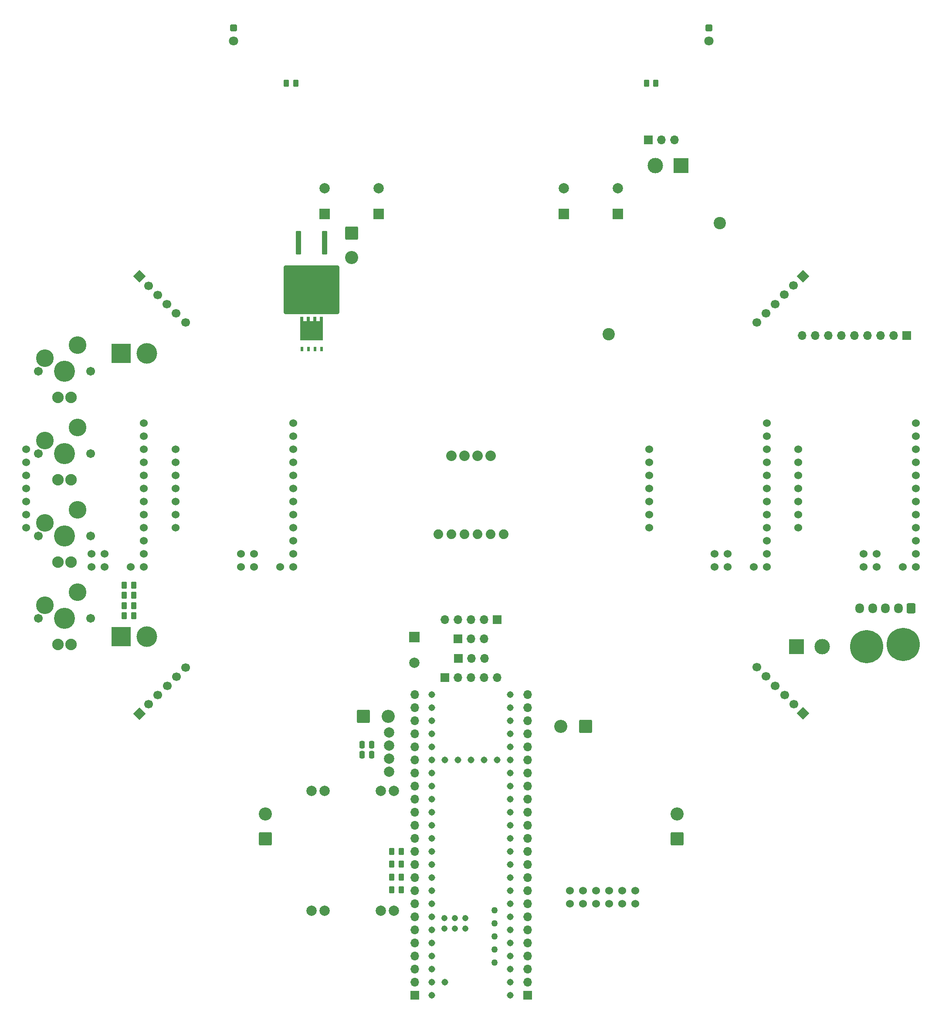
<source format=gbr>
%TF.GenerationSoftware,KiCad,Pcbnew,7.0.6-0*%
%TF.CreationDate,2023-09-14T10:30:18+10:00*%
%TF.ProjectId,Main 3.1,4d61696e-2033-42e3-912e-6b696361645f,rev?*%
%TF.SameCoordinates,Original*%
%TF.FileFunction,Soldermask,Top*%
%TF.FilePolarity,Negative*%
%FSLAX46Y46*%
G04 Gerber Fmt 4.6, Leading zero omitted, Abs format (unit mm)*
G04 Created by KiCad (PCBNEW 7.0.6-0) date 2023-09-14 10:30:18*
%MOMM*%
%LPD*%
G01*
G04 APERTURE LIST*
G04 Aperture macros list*
%AMRoundRect*
0 Rectangle with rounded corners*
0 $1 Rounding radius*
0 $2 $3 $4 $5 $6 $7 $8 $9 X,Y pos of 4 corners*
0 Add a 4 corners polygon primitive as box body*
4,1,4,$2,$3,$4,$5,$6,$7,$8,$9,$2,$3,0*
0 Add four circle primitives for the rounded corners*
1,1,$1+$1,$2,$3*
1,1,$1+$1,$4,$5*
1,1,$1+$1,$6,$7*
1,1,$1+$1,$8,$9*
0 Add four rect primitives between the rounded corners*
20,1,$1+$1,$2,$3,$4,$5,0*
20,1,$1+$1,$4,$5,$6,$7,0*
20,1,$1+$1,$6,$7,$8,$9,0*
20,1,$1+$1,$8,$9,$2,$3,0*%
%AMHorizOval*
0 Thick line with rounded ends*
0 $1 width*
0 $2 $3 position (X,Y) of the first rounded end (center of the circle)*
0 $4 $5 position (X,Y) of the second rounded end (center of the circle)*
0 Add line between two ends*
20,1,$1,$2,$3,$4,$5,0*
0 Add two circle primitives to create the rounded ends*
1,1,$1,$2,$3*
1,1,$1,$4,$5*%
%AMRotRect*
0 Rectangle, with rotation*
0 The origin of the aperture is its center*
0 $1 length*
0 $2 width*
0 $3 Rotation angle, in degrees counterclockwise*
0 Add horizontal line*
21,1,$1,$2,0,0,$3*%
%AMFreePoly0*
4,1,17,2.675000,1.605000,1.875000,1.605000,1.875000,0.935000,2.675000,0.935000,2.675000,0.335000,1.875000,0.335000,1.875000,-0.335000,2.675000,-0.335000,2.675000,-0.935000,1.875000,-0.935000,1.875000,-1.605000,2.675000,-1.605000,2.675000,-2.205000,-1.875000,-2.205000,-1.875000,2.205000,2.675000,2.205000,2.675000,1.605000,2.675000,1.605000,$1*%
G04 Aperture macros list end*
%ADD10RoundRect,0.250000X0.262500X0.450000X-0.262500X0.450000X-0.262500X-0.450000X0.262500X-0.450000X0*%
%ADD11RoundRect,0.250000X0.250000X0.475000X-0.250000X0.475000X-0.250000X-0.475000X0.250000X-0.475000X0*%
%ADD12C,6.451600*%
%ADD13RoundRect,0.250000X-0.262500X-0.450000X0.262500X-0.450000X0.262500X0.450000X-0.262500X0.450000X0*%
%ADD14C,1.524000*%
%ADD15R,1.700000X1.700000*%
%ADD16O,1.700000X1.700000*%
%ADD17C,1.706881*%
%ADD18C,4.089400*%
%ADD19C,2.235200*%
%ADD20C,3.429000*%
%ADD21RoundRect,0.249999X-1.025001X-1.025001X1.025001X-1.025001X1.025001X1.025001X-1.025001X1.025001X0*%
%ADD22C,2.550000*%
%ADD23C,2.000000*%
%ADD24C,1.879600*%
%ADD25C,2.032000*%
%ADD26R,3.000000X3.000000*%
%ADD27C,3.000000*%
%ADD28FreePoly0,90.000000*%
%ADD29R,0.500000X0.850000*%
%ADD30RoundRect,0.250000X0.600000X0.725000X-0.600000X0.725000X-0.600000X-0.725000X0.600000X-0.725000X0*%
%ADD31O,1.700000X1.950000*%
%ADD32RoundRect,0.249999X1.025001X1.025001X-1.025001X1.025001X-1.025001X-1.025001X1.025001X-1.025001X0*%
%ADD33C,1.308000*%
%ADD34C,1.258000*%
%ADD35C,1.208000*%
%ADD36RoundRect,0.249999X1.025001X-1.025001X1.025001X1.025001X-1.025001X1.025001X-1.025001X-1.025001X0*%
%ADD37RoundRect,0.250000X-0.300000X2.050000X-0.300000X-2.050000X0.300000X-2.050000X0.300000X2.050000X0*%
%ADD38RoundRect,0.250002X-5.149998X4.449998X-5.149998X-4.449998X5.149998X-4.449998X5.149998X4.449998X0*%
%ADD39R,2.000000X2.000000*%
%ADD40RotRect,1.700000X1.700000X315.000000*%
%ADD41HorizOval,1.700000X0.000000X0.000000X0.000000X0.000000X0*%
%ADD42R,3.800000X3.800000*%
%ADD43C,4.000000*%
%ADD44RoundRect,0.249999X-1.025001X1.025001X-1.025001X-1.025001X1.025001X-1.025001X1.025001X1.025001X0*%
%ADD45C,2.400000*%
%ADD46HorizOval,2.400000X0.000000X0.000000X0.000000X0.000000X0*%
%ADD47RotRect,1.700000X1.700000X45.000000*%
%ADD48HorizOval,1.700000X0.000000X0.000000X0.000000X0.000000X0*%
%ADD49RotRect,1.700000X1.700000X135.000000*%
%ADD50HorizOval,1.700000X0.000000X0.000000X0.000000X0.000000X0*%
%ADD51RotRect,1.700000X1.700000X225.000000*%
%ADD52HorizOval,1.700000X0.000000X0.000000X0.000000X0.000000X0*%
%ADD53RoundRect,0.350000X-0.350000X0.350000X-0.350000X-0.350000X0.350000X-0.350000X0.350000X0.350000X0*%
%ADD54C,1.800000*%
G04 APERTURE END LIST*
D10*
%TO.C,R11*%
X136412500Y-219250000D03*
X134587500Y-219250000D03*
%TD*%
D11*
%TO.C,C1*%
X130700000Y-198500000D03*
X128800000Y-198500000D03*
%TD*%
D12*
%TO.C,J16*%
X226813000Y-179500000D03*
X233925000Y-179075820D03*
%TD*%
D13*
%TO.C,R13*%
X184087500Y-70000000D03*
X185912500Y-70000000D03*
%TD*%
D14*
%TO.C,U14*%
X169150000Y-226890000D03*
X169150000Y-229430000D03*
X171690000Y-226890000D03*
X171690000Y-229430000D03*
X174230000Y-226890000D03*
X174230000Y-229430000D03*
X176770000Y-226890000D03*
X176770000Y-229430000D03*
X179310000Y-226890000D03*
X179310000Y-229430000D03*
X181850000Y-229430000D03*
X181850000Y-226890000D03*
%TD*%
D15*
%TO.C,J15*%
X147460000Y-177975000D03*
D16*
X150000000Y-177975000D03*
X152540000Y-177975000D03*
%TD*%
D10*
%TO.C,R7*%
X84412500Y-173500000D03*
X82587500Y-173500000D03*
%TD*%
D15*
%TO.C,J11*%
X160940000Y-247210000D03*
D16*
X160940000Y-244670000D03*
X160940000Y-242130000D03*
X160940000Y-239590000D03*
X160940000Y-237050000D03*
X160940000Y-234510000D03*
X160940000Y-231970000D03*
X160940000Y-229430000D03*
X160940000Y-226890000D03*
X160940000Y-224350000D03*
X160940000Y-221810000D03*
X160940000Y-219270000D03*
X160940000Y-216730000D03*
X160940000Y-214190000D03*
X160940000Y-211650000D03*
X160940000Y-209110000D03*
X160940000Y-206570000D03*
X160940000Y-204030000D03*
X160940000Y-201490000D03*
X160940000Y-198950000D03*
X160940000Y-196410000D03*
X160940000Y-193870000D03*
X160940000Y-191330000D03*
X160940000Y-188790000D03*
%TD*%
D17*
%TO.C,U12*%
X65920000Y-174000000D03*
D18*
X71000000Y-174000000D03*
D17*
X76080000Y-174000000D03*
D19*
X69730000Y-179080000D03*
X72270000Y-179080000D03*
D20*
X67190000Y-171460000D03*
X73540000Y-168920000D03*
%TD*%
D15*
%TO.C,J12*%
X139050000Y-247210000D03*
D16*
X139050000Y-244670000D03*
X139050000Y-242130000D03*
X139050000Y-239590000D03*
X139050000Y-237050000D03*
X139050000Y-234510000D03*
X139050000Y-231970000D03*
X139050000Y-229430000D03*
X139050000Y-226890000D03*
X139050000Y-224350000D03*
X139050000Y-221810000D03*
X139050000Y-219270000D03*
X139050000Y-216730000D03*
X139050000Y-214190000D03*
X139050000Y-211650000D03*
X139050000Y-209110000D03*
X139050000Y-206570000D03*
X139050000Y-204030000D03*
X139050000Y-201490000D03*
X139050000Y-198950000D03*
X139050000Y-196410000D03*
X139050000Y-193870000D03*
X139050000Y-191330000D03*
X139050000Y-188790000D03*
%TD*%
D10*
%TO.C,R5*%
X84412500Y-167500000D03*
X82587500Y-167500000D03*
%TD*%
D21*
%TO.C,J3*%
X129100000Y-193000000D03*
D22*
X133900000Y-193000000D03*
%TD*%
D11*
%TO.C,C7*%
X130700000Y-200500000D03*
X128800000Y-200500000D03*
%TD*%
D17*
%TO.C,U3*%
X65920000Y-158000000D03*
D18*
X71000000Y-158000000D03*
D17*
X76080000Y-158000000D03*
D19*
X69730000Y-163080000D03*
X72270000Y-163080000D03*
D20*
X67190000Y-155460000D03*
X73540000Y-152920000D03*
%TD*%
D15*
%TO.C,J1*%
X234640000Y-119000000D03*
D16*
X232100000Y-119000000D03*
X229560000Y-119000000D03*
X227020000Y-119000000D03*
X224480000Y-119000000D03*
X221940000Y-119000000D03*
X219400000Y-119000000D03*
X216860000Y-119000000D03*
X214320000Y-119000000D03*
%TD*%
D23*
%TO.C,U1*%
X134080000Y-203810000D03*
X134080000Y-201270000D03*
X134080000Y-198730000D03*
X134080000Y-196190000D03*
%TD*%
D24*
%TO.C,U13*%
X143650000Y-157620000D03*
X146190000Y-157620000D03*
X148730000Y-157620000D03*
X151270000Y-157620000D03*
X153810000Y-157620000D03*
X156350000Y-157620000D03*
D25*
X146190000Y-142380000D03*
X148730000Y-142380000D03*
X151270000Y-142380000D03*
X153810000Y-142380000D03*
%TD*%
D15*
%TO.C,J14*%
X147475000Y-181725000D03*
D16*
X150015000Y-181725000D03*
X152555000Y-181725000D03*
%TD*%
D26*
%TO.C,J20*%
X190750000Y-86000000D03*
D27*
X185750000Y-86000000D03*
%TD*%
D10*
%TO.C,R9*%
X136412500Y-226750000D03*
X134587500Y-226750000D03*
%TD*%
D15*
%TO.C,J13*%
X144920000Y-185470000D03*
D16*
X147460000Y-185470000D03*
X150000000Y-185470000D03*
X152540000Y-185470000D03*
X155080000Y-185470000D03*
%TD*%
D10*
%TO.C,R12*%
X136412500Y-221750000D03*
X134587500Y-221750000D03*
%TD*%
D15*
%TO.C,J23*%
X184460000Y-81000000D03*
D16*
X187000000Y-81000000D03*
X189540000Y-81000000D03*
%TD*%
D10*
%TO.C,R1*%
X84412500Y-171500000D03*
X82587500Y-171500000D03*
%TD*%
%TO.C,R10*%
X136412500Y-224250000D03*
X134587500Y-224250000D03*
%TD*%
D28*
%TO.C,Q1*%
X119000000Y-118100000D03*
D29*
X117095000Y-121650000D03*
X118365000Y-121650000D03*
X119635000Y-121650000D03*
X120905000Y-121650000D03*
%TD*%
D17*
%TO.C,U10*%
X65920000Y-142000000D03*
D18*
X71000000Y-142000000D03*
D17*
X76080000Y-142000000D03*
D19*
X69730000Y-147080000D03*
X72270000Y-147080000D03*
D20*
X67190000Y-139460000D03*
X73540000Y-136920000D03*
%TD*%
D30*
%TO.C,J18*%
X235500000Y-172025000D03*
D31*
X233000000Y-172025000D03*
X230500000Y-172025000D03*
X228000000Y-172025000D03*
X225500000Y-172025000D03*
%TD*%
D15*
%TO.C,J5*%
X155080000Y-174225000D03*
D16*
X152540000Y-174225000D03*
X150000000Y-174225000D03*
X147460000Y-174225000D03*
X144920000Y-174225000D03*
%TD*%
D13*
%TO.C,R14*%
X114087500Y-70000000D03*
X115912500Y-70000000D03*
%TD*%
D32*
%TO.C,J19*%
X172250000Y-195000000D03*
D22*
X167450000Y-195000000D03*
%TD*%
D33*
%TO.C,U8*%
X157620000Y-244670000D03*
X157620000Y-242130000D03*
X157620000Y-239590000D03*
X157620000Y-237050000D03*
X157620000Y-211650000D03*
X142380000Y-242130000D03*
X152540000Y-201490000D03*
X157620000Y-234510000D03*
X157620000Y-231970000D03*
D34*
X154570000Y-240860000D03*
D33*
X157620000Y-229430000D03*
X157620000Y-226890000D03*
X157620000Y-224350000D03*
X157620000Y-221810000D03*
X157620000Y-219270000D03*
X157620000Y-216730000D03*
X157620000Y-214190000D03*
X142380000Y-214190000D03*
X142380000Y-216730000D03*
X142380000Y-219270000D03*
X142380000Y-221810000D03*
X142380000Y-224350000D03*
X142380000Y-226890000D03*
X142380000Y-229430000D03*
X142380000Y-231970000D03*
X142380000Y-234510000D03*
X142380000Y-237050000D03*
X142380000Y-239590000D03*
X157620000Y-209110000D03*
X157620000Y-206570000D03*
X157620000Y-204030000D03*
X157620000Y-201490000D03*
X157620000Y-198950000D03*
X157620000Y-196410000D03*
X157620000Y-193870000D03*
X157620000Y-191330000D03*
X157620000Y-188790000D03*
X142380000Y-188790000D03*
X142380000Y-191330000D03*
X142380000Y-193870000D03*
X142380000Y-196410000D03*
X142380000Y-198950000D03*
X142380000Y-201490000D03*
X142380000Y-204030000D03*
X142380000Y-206570000D03*
X142380000Y-209110000D03*
D34*
X154570000Y-235780000D03*
X154570000Y-238320000D03*
D33*
X157620000Y-247210000D03*
X142380000Y-211650000D03*
X142380000Y-244670000D03*
X150000000Y-201490000D03*
D35*
X146830000Y-232240000D03*
X146830000Y-234240000D03*
D33*
X144920000Y-201490000D03*
X147460000Y-201490000D03*
D35*
X144830000Y-234240000D03*
X144830000Y-232240000D03*
X148830000Y-232240000D03*
X148830000Y-234240000D03*
D34*
X154570000Y-233240000D03*
X154570000Y-230700000D03*
D33*
X155080000Y-201490000D03*
X142380000Y-247210000D03*
X144920000Y-244670000D03*
%TD*%
D17*
%TO.C,U11*%
X65920000Y-126000000D03*
D18*
X71000000Y-126000000D03*
D17*
X76080000Y-126000000D03*
D19*
X69730000Y-131080000D03*
X72270000Y-131080000D03*
D20*
X67190000Y-123460000D03*
X73540000Y-120920000D03*
%TD*%
D10*
%TO.C,R3*%
X84412500Y-169500000D03*
X82587500Y-169500000D03*
%TD*%
D36*
%TO.C,U9*%
X110000000Y-216800000D03*
D22*
X110000000Y-212000000D03*
D36*
X190000000Y-216800000D03*
D22*
X190000000Y-212000000D03*
%TD*%
D26*
%TO.C,J17*%
X213250000Y-179500000D03*
D27*
X218250000Y-179500000D03*
%TD*%
D37*
%TO.C,D4*%
X121540000Y-100975000D03*
D38*
X119000000Y-110125000D03*
D37*
X116460000Y-100975000D03*
%TD*%
D39*
%TO.C,C2*%
X139000000Y-177632323D03*
D23*
X139000000Y-182632323D03*
%TD*%
%TO.C,U2*%
X132430000Y-230822500D03*
X134970000Y-230822500D03*
X118990000Y-230822500D03*
X121530000Y-230822500D03*
X132440000Y-207482500D03*
X134980000Y-207482500D03*
X119000000Y-207482500D03*
X121540000Y-207482500D03*
%TD*%
D39*
%TO.C,C3*%
X121500000Y-95367677D03*
D23*
X121500000Y-90367677D03*
%TD*%
D40*
%TO.C,J9*%
X85545227Y-192490128D03*
D41*
X87341278Y-190694077D03*
X89137329Y-188898026D03*
X90933381Y-187101974D03*
X92729432Y-185305923D03*
X94525483Y-183509872D03*
%TD*%
D39*
%TO.C,C6*%
X178500000Y-95367677D03*
D23*
X178500000Y-90367677D03*
%TD*%
D39*
%TO.C,C5*%
X168000000Y-95367677D03*
D23*
X168000000Y-90367677D03*
%TD*%
D42*
%TO.C,J2*%
X82000000Y-122500000D03*
D43*
X87000000Y-122500000D03*
%TD*%
D14*
%TO.C,U7*%
X86430000Y-136030000D03*
X86430000Y-138570000D03*
X86430000Y-141110000D03*
X86430000Y-143650000D03*
X86430000Y-146190000D03*
X86430000Y-148730000D03*
X86430000Y-151270000D03*
X86430000Y-153810000D03*
X86430000Y-156350000D03*
X86430000Y-158890000D03*
X86430000Y-161430000D03*
X86430000Y-163970000D03*
X83890000Y-163970000D03*
X63570000Y-141110000D03*
X63570000Y-146190000D03*
X63570000Y-143650000D03*
X63570000Y-148730000D03*
X63570000Y-151270000D03*
X63570000Y-153810000D03*
X63570000Y-156350000D03*
X78810000Y-161430000D03*
X76270000Y-161430000D03*
X78810000Y-163970000D03*
X76270000Y-163970000D03*
%TD*%
D44*
%TO.C,J6*%
X126750000Y-99100000D03*
D22*
X126750000Y-103900000D03*
%TD*%
D45*
%TO.C,R15*%
X198279843Y-97220157D03*
D46*
X176727228Y-118772772D03*
%TD*%
D47*
%TO.C,J8*%
X214490128Y-192454773D03*
D48*
X212694077Y-190658722D03*
X210898026Y-188862671D03*
X209101974Y-187066619D03*
X207305923Y-185270568D03*
X205509872Y-183474517D03*
%TD*%
D14*
%TO.C,U6*%
X115430000Y-136030000D03*
X115430000Y-138570000D03*
X115430000Y-141110000D03*
X115430000Y-143650000D03*
X115430000Y-146190000D03*
X115430000Y-148730000D03*
X115430000Y-151270000D03*
X115430000Y-153810000D03*
X115430000Y-156350000D03*
X115430000Y-158890000D03*
X115430000Y-161430000D03*
X115430000Y-163970000D03*
X112890000Y-163970000D03*
X92570000Y-141110000D03*
X92570000Y-146190000D03*
X92570000Y-143650000D03*
X92570000Y-148730000D03*
X92570000Y-151270000D03*
X92570000Y-153810000D03*
X92570000Y-156350000D03*
X107810000Y-161430000D03*
X105270000Y-161430000D03*
X107810000Y-163970000D03*
X105270000Y-163970000D03*
%TD*%
D49*
%TO.C,J7*%
X214454773Y-107509872D03*
D50*
X212658722Y-109305923D03*
X210862671Y-111101974D03*
X209066619Y-112898026D03*
X207270568Y-114694077D03*
X205474517Y-116490128D03*
%TD*%
D51*
%TO.C,J10*%
X85509872Y-107545227D03*
D52*
X87305923Y-109341278D03*
X89101974Y-111137329D03*
X90898026Y-112933381D03*
X92694077Y-114729432D03*
X94490128Y-116525483D03*
%TD*%
D53*
%TO.C,Q2*%
X103800001Y-59225000D03*
D54*
X103800001Y-61765000D03*
%TD*%
D14*
%TO.C,U5*%
X207430000Y-136030000D03*
X207430000Y-138570000D03*
X207430000Y-141110000D03*
X207430000Y-143650000D03*
X207430000Y-146190000D03*
X207430000Y-148730000D03*
X207430000Y-151270000D03*
X207430000Y-153810000D03*
X207430000Y-156350000D03*
X207430000Y-158890000D03*
X207430000Y-161430000D03*
X207430000Y-163970000D03*
X204890000Y-163970000D03*
X184570000Y-141110000D03*
X184570000Y-146190000D03*
X184570000Y-143650000D03*
X184570000Y-148730000D03*
X184570000Y-151270000D03*
X184570000Y-153810000D03*
X184570000Y-156350000D03*
X199810000Y-161430000D03*
X197270000Y-161430000D03*
X199810000Y-163970000D03*
X197270000Y-163970000D03*
%TD*%
D42*
%TO.C,J4*%
X82000000Y-177500000D03*
D43*
X87000000Y-177500000D03*
%TD*%
D14*
%TO.C,U4*%
X236430000Y-136030000D03*
X236430000Y-138570000D03*
X236430000Y-141110000D03*
X236430000Y-143650000D03*
X236430000Y-146190000D03*
X236430000Y-148730000D03*
X236430000Y-151270000D03*
X236430000Y-153810000D03*
X236430000Y-156350000D03*
X236430000Y-158890000D03*
X236430000Y-161430000D03*
X236430000Y-163970000D03*
X233890000Y-163970000D03*
X213570000Y-141110000D03*
X213570000Y-146190000D03*
X213570000Y-143650000D03*
X213570000Y-148730000D03*
X213570000Y-151270000D03*
X213570000Y-153810000D03*
X213570000Y-156350000D03*
X228810000Y-161430000D03*
X226270000Y-161430000D03*
X228810000Y-163970000D03*
X226270000Y-163970000D03*
%TD*%
D39*
%TO.C,C4*%
X132000000Y-95367677D03*
D23*
X132000000Y-90367677D03*
%TD*%
D53*
%TO.C,D1*%
X196200001Y-59225000D03*
D54*
X196200001Y-61765000D03*
%TD*%
M02*

</source>
